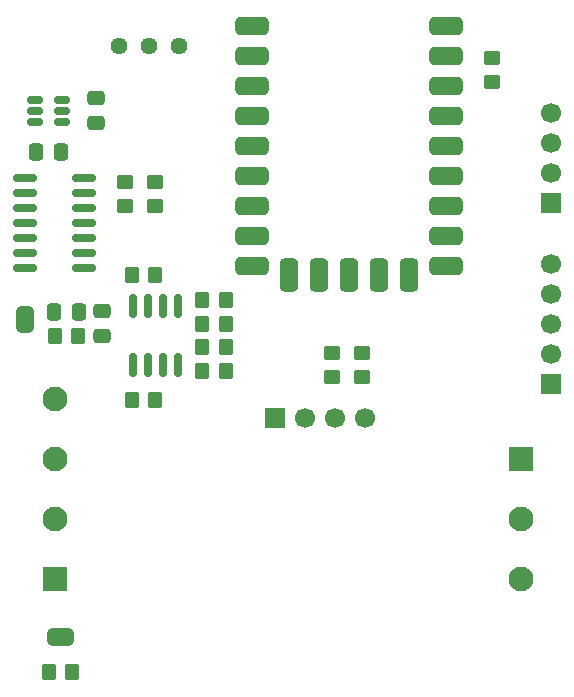
<source format=gts>
%TF.GenerationSoftware,KiCad,Pcbnew,9.0.2-rc1*%
%TF.CreationDate,2025-04-26T18:26:20-04:00*%
%TF.ProjectId,moonclock,6d6f6f6e-636c-46f6-936b-2e6b69636164,rev?*%
%TF.SameCoordinates,PX7088980PY3920060*%
%TF.FileFunction,Soldermask,Top*%
%TF.FilePolarity,Negative*%
%FSLAX46Y46*%
G04 Gerber Fmt 4.6, Leading zero omitted, Abs format (unit mm)*
G04 Created by KiCad (PCBNEW 9.0.2-rc1) date 2025-04-26 18:26:20*
%MOMM*%
%LPD*%
G01*
G04 APERTURE LIST*
G04 Aperture macros list*
%AMRoundRect*
0 Rectangle with rounded corners*
0 $1 Rounding radius*
0 $2 $3 $4 $5 $6 $7 $8 $9 X,Y pos of 4 corners*
0 Add a 4 corners polygon primitive as box body*
4,1,4,$2,$3,$4,$5,$6,$7,$8,$9,$2,$3,0*
0 Add four circle primitives for the rounded corners*
1,1,$1+$1,$2,$3*
1,1,$1+$1,$4,$5*
1,1,$1+$1,$6,$7*
1,1,$1+$1,$8,$9*
0 Add four rect primitives between the rounded corners*
20,1,$1+$1,$2,$3,$4,$5,0*
20,1,$1+$1,$4,$5,$6,$7,0*
20,1,$1+$1,$6,$7,$8,$9,0*
20,1,$1+$1,$8,$9,$2,$3,0*%
%AMFreePoly0*
4,1,23,0.500000,-0.750000,0.000000,-0.750000,0.000000,-0.745722,-0.065263,-0.745722,-0.191342,-0.711940,-0.304381,-0.646677,-0.396677,-0.554381,-0.461940,-0.441342,-0.495722,-0.315263,-0.495722,-0.250000,-0.500000,-0.250000,-0.500000,0.250000,-0.495722,0.250000,-0.495722,0.315263,-0.461940,0.441342,-0.396677,0.554381,-0.304381,0.646677,-0.191342,0.711940,-0.065263,0.745722,0.000000,0.745722,
0.000000,0.750000,0.500000,0.750000,0.500000,-0.750000,0.500000,-0.750000,$1*%
%AMFreePoly1*
4,1,23,0.000000,0.745722,0.065263,0.745722,0.191342,0.711940,0.304381,0.646677,0.396677,0.554381,0.461940,0.441342,0.495722,0.315263,0.495722,0.250000,0.500000,0.250000,0.500000,-0.250000,0.495722,-0.250000,0.495722,-0.315263,0.461940,-0.441342,0.396677,-0.554381,0.304381,-0.646677,0.191342,-0.711940,0.065263,-0.745722,0.000000,-0.745722,0.000000,-0.750000,-0.500000,-0.750000,
-0.500000,0.750000,0.000000,0.750000,0.000000,0.745722,0.000000,0.745722,$1*%
G04 Aperture macros list end*
%ADD10RoundRect,0.250001X0.799999X-0.799999X0.799999X0.799999X-0.799999X0.799999X-0.799999X-0.799999X0*%
%ADD11C,2.100000*%
%ADD12RoundRect,0.250000X-0.350000X-0.450000X0.350000X-0.450000X0.350000X0.450000X-0.350000X0.450000X0*%
%ADD13R,1.700000X1.700000*%
%ADD14C,1.700000*%
%ADD15RoundRect,0.150000X0.512500X0.150000X-0.512500X0.150000X-0.512500X-0.150000X0.512500X-0.150000X0*%
%ADD16C,1.440000*%
%ADD17RoundRect,0.250000X0.350000X0.450000X-0.350000X0.450000X-0.350000X-0.450000X0.350000X-0.450000X0*%
%ADD18RoundRect,0.250000X-0.475000X0.337500X-0.475000X-0.337500X0.475000X-0.337500X0.475000X0.337500X0*%
%ADD19FreePoly0,0.000000*%
%ADD20FreePoly1,0.000000*%
%ADD21RoundRect,0.250000X-0.450000X0.350000X-0.450000X-0.350000X0.450000X-0.350000X0.450000X0.350000X0*%
%ADD22RoundRect,0.250001X-0.799999X0.799999X-0.799999X-0.799999X0.799999X-0.799999X0.799999X0.799999X0*%
%ADD23RoundRect,0.150000X0.150000X-0.825000X0.150000X0.825000X-0.150000X0.825000X-0.150000X-0.825000X0*%
%ADD24RoundRect,0.150000X0.825000X0.150000X-0.825000X0.150000X-0.825000X-0.150000X0.825000X-0.150000X0*%
%ADD25RoundRect,0.400000X-1.000000X-0.400000X1.000000X-0.400000X1.000000X0.400000X-1.000000X0.400000X0*%
%ADD26RoundRect,0.400050X-0.999950X-0.400050X0.999950X-0.400050X0.999950X0.400050X-0.999950X0.400050X0*%
%ADD27RoundRect,0.400000X-0.400000X-1.000000X0.400000X-1.000000X0.400000X1.000000X-0.400000X1.000000X0*%
%ADD28RoundRect,0.393700X-0.393700X-1.006300X0.393700X-1.006300X0.393700X1.006300X-0.393700X1.006300X0*%
%ADD29RoundRect,0.250000X-0.337500X-0.475000X0.337500X-0.475000X0.337500X0.475000X-0.337500X0.475000X0*%
%ADD30RoundRect,0.250000X0.337500X0.475000X-0.337500X0.475000X-0.337500X-0.475000X0.337500X-0.475000X0*%
%ADD31RoundRect,0.250000X0.450000X-0.350000X0.450000X0.350000X-0.450000X0.350000X-0.450000X-0.350000X0*%
%ADD32FreePoly0,90.000000*%
%ADD33FreePoly1,90.000000*%
G04 APERTURE END LIST*
%TO.C,JP1*%
G36*
X5600000Y-53000000D02*
G01*
X5900000Y-53000000D01*
X5900000Y-54500000D01*
X5600000Y-54500000D01*
X5600000Y-53000000D01*
G37*
%TO.C,JP2*%
G36*
X2000000Y-27050000D02*
G01*
X3500000Y-27050000D01*
X3500000Y-26750000D01*
X2000000Y-26750000D01*
X2000000Y-27050000D01*
G37*
%TD*%
D10*
%TO.C,J2*%
X5292500Y-48870000D03*
D11*
X5292500Y-43790000D03*
X5292500Y-38710000D03*
X5292500Y-33630000D03*
%TD*%
D12*
%TO.C,R6*%
X17750000Y-25250000D03*
X19750000Y-25250000D03*
%TD*%
D13*
%TO.C,J4*%
X23940000Y-35250000D03*
D14*
X26480000Y-35250000D03*
X29020000Y-35250000D03*
X31560000Y-35250000D03*
%TD*%
D15*
%TO.C,U3*%
X5850000Y-10200000D03*
X5850000Y-9250000D03*
X5850000Y-8300000D03*
X3575000Y-8300000D03*
X3575000Y-9250000D03*
X3575000Y-10200000D03*
%TD*%
D16*
%TO.C,R1*%
X10710000Y-3755000D03*
X13250000Y-3755000D03*
X15790000Y-3755000D03*
%TD*%
D12*
%TO.C,R3*%
X17750000Y-29250000D03*
X19750000Y-29250000D03*
%TD*%
D17*
%TO.C,R9*%
X13750000Y-23150000D03*
X11750000Y-23150000D03*
%TD*%
D12*
%TO.C,R5*%
X4750000Y-56750000D03*
X6750000Y-56750000D03*
%TD*%
D18*
%TO.C,C1*%
X9250000Y-26212500D03*
X9250000Y-28287500D03*
%TD*%
D19*
%TO.C,JP1*%
X5100000Y-53750000D03*
D20*
X6400000Y-53750000D03*
%TD*%
D17*
%TO.C,R4*%
X13750000Y-33750000D03*
X11750000Y-33750000D03*
%TD*%
D21*
%TO.C,R12*%
X28750000Y-29750000D03*
X28750000Y-31750000D03*
%TD*%
D13*
%TO.C,J1*%
X47250000Y-32330000D03*
D14*
X47250000Y-29790000D03*
X47250000Y-27250000D03*
X47250000Y-24710000D03*
X47250000Y-22170000D03*
%TD*%
D22*
%TO.C,J3*%
X44707500Y-38665000D03*
D11*
X44707500Y-43745000D03*
X44707500Y-48825000D03*
%TD*%
D12*
%TO.C,R7*%
X17750000Y-27250000D03*
X19750000Y-27250000D03*
%TD*%
D23*
%TO.C,U4*%
X11845000Y-30725000D03*
X13115000Y-30725000D03*
X14385000Y-30725000D03*
X15655000Y-30725000D03*
X15655000Y-25775000D03*
X14385000Y-25775000D03*
X13115000Y-25775000D03*
X11845000Y-25775000D03*
%TD*%
D21*
%TO.C,R10*%
X11225000Y-15250000D03*
X11225000Y-17250000D03*
%TD*%
D24*
%TO.C,U2*%
X7700000Y-22560000D03*
X7700000Y-21290000D03*
X7700000Y-20020000D03*
X7700000Y-18750000D03*
X7700000Y-17480000D03*
X7700000Y-16210000D03*
X7700000Y-14940000D03*
X2750000Y-14940000D03*
X2750000Y-16210000D03*
X2750000Y-17480000D03*
X2750000Y-18750000D03*
X2750000Y-20020000D03*
X2750000Y-21290000D03*
X2750000Y-22560000D03*
%TD*%
D25*
%TO.C,U1*%
X38365000Y-2015000D03*
X38365000Y-4555000D03*
X38365000Y-7095000D03*
X38365000Y-9635000D03*
X38365000Y-12175000D03*
D26*
X38365000Y-14715000D03*
X38365000Y-17255000D03*
X38365000Y-19795000D03*
X38365000Y-22335000D03*
D27*
X35225000Y-23145000D03*
D28*
X32685000Y-23145000D03*
X30145000Y-23145000D03*
X27605000Y-23145000D03*
X25065000Y-23145000D03*
D26*
X21925000Y-22335000D03*
X21925000Y-19795000D03*
X21925000Y-17255000D03*
X21925000Y-14715000D03*
X21925000Y-12175000D03*
X21925000Y-9635000D03*
X21925000Y-7095000D03*
X21925000Y-4555000D03*
X21925000Y-2015000D03*
%TD*%
D21*
%TO.C,R11*%
X13725000Y-15250000D03*
X13725000Y-17250000D03*
%TD*%
D12*
%TO.C,R2*%
X17750000Y-31250000D03*
X19750000Y-31250000D03*
%TD*%
D29*
%TO.C,C2*%
X3675000Y-12750000D03*
X5750000Y-12750000D03*
%TD*%
D12*
%TO.C,R8*%
X5250000Y-28250000D03*
X7250000Y-28250000D03*
%TD*%
D30*
%TO.C,C4*%
X7287500Y-26250000D03*
X5212500Y-26250000D03*
%TD*%
D31*
%TO.C,R14*%
X42250000Y-6750000D03*
X42250000Y-4750000D03*
%TD*%
D13*
%TO.C,J5*%
X47250000Y-17060000D03*
D14*
X47250000Y-14520000D03*
X47250000Y-11980000D03*
X47250000Y-9440000D03*
%TD*%
D18*
%TO.C,C3*%
X8712500Y-8175000D03*
X8712500Y-10250000D03*
%TD*%
D21*
%TO.C,R13*%
X31250000Y-29750000D03*
X31250000Y-31750000D03*
%TD*%
D32*
%TO.C,JP2*%
X2750000Y-27550000D03*
D33*
X2750000Y-26250000D03*
%TD*%
M02*

</source>
